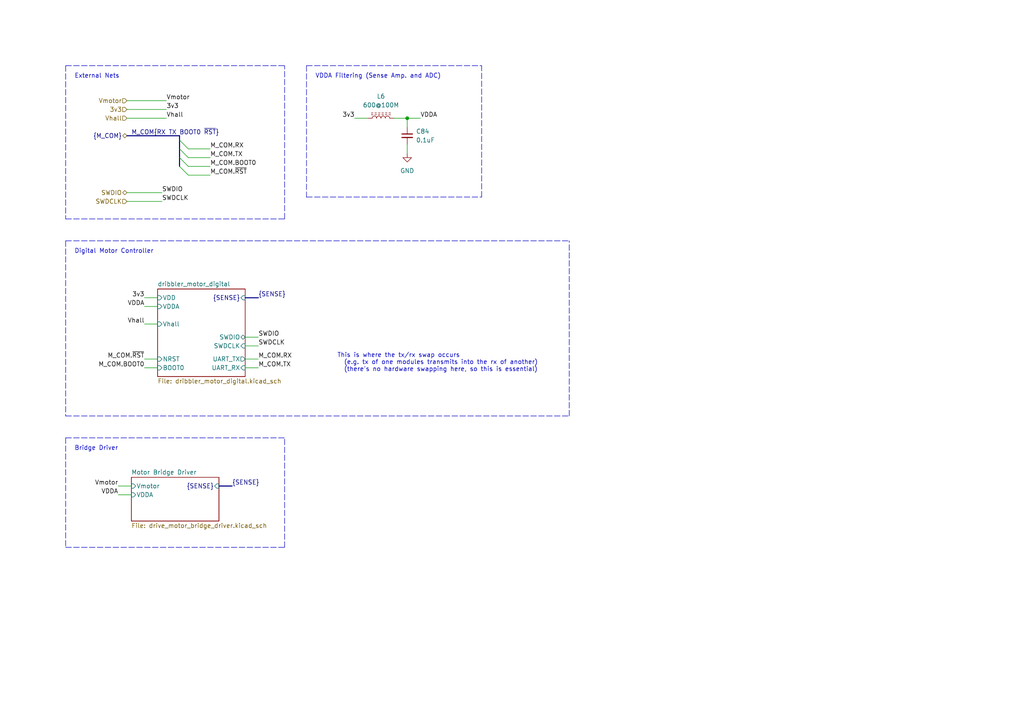
<source format=kicad_sch>
(kicad_sch (version 20211123) (generator eeschema)
  (paper "A4")
  (title_block (title "Motorboard") (date "2021-11-14") (rev "1.0.0") (company "The A-Team (RC SSL)") (comment 1 "Designed By: W. Stuckey & R. Osawa") (comment 2 "Reviewed By:"))
  (lib_symbols
    (symbol "Device:C_Small" (pin_numbers hide) (pin_names (offset 0.254) hide)
      (property "Reference" "C" (at 0.254 1.778 0))
      (property "Value" "C_Small" (at 0.254 -2.032 0))
      (symbol "C_Small_0_1"
        (polyline (pts (xy -1.524 -0.508) (xy 1.524 -0.508)) (stroke (width 0.3302)))
        (polyline (pts (xy -1.524 0.508) (xy 1.524 0.508)) (stroke (width 0.3048)))
      )
      (symbol "C_Small_1_1"
        (pin passive line (at 0 2.54 270) (length 2.032) (name "~") (number "1"))
        (pin passive line (at 0 -2.54 90) (length 2.032) (name "~") (number "2"))
      )
    )
    (symbol "Device:L_Ferrite" (pin_numbers hide) (pin_names (offset 1.016) hide)
      (property "Reference" "L" (at -1.27 0 90))
      (property "Value" "L_Ferrite" (at 2.794 0 90))
      (symbol "L_Ferrite_0_1"
        (arc (start 0 -2.54) (mid 0.635 -1.905) (end 0 -1.27))
        (arc (start 0 -1.27) (mid 0.635 -0.635) (end 0 0))
        (polyline (pts (xy 1.016 -2.794) (xy 1.016 -2.286)))
        (polyline (pts (xy 1.016 -1.778) (xy 1.016 -1.27)))
        (polyline (pts (xy 1.016 -0.762) (xy 1.016 -0.254)))
        (polyline (pts (xy 1.016 0.254) (xy 1.016 0.762)))
        (polyline (pts (xy 1.016 1.27) (xy 1.016 1.778)))
        (polyline (pts (xy 1.016 2.286) (xy 1.016 2.794)))
        (polyline (pts (xy 1.524 -2.286) (xy 1.524 -2.794)))
        (polyline (pts (xy 1.524 -1.27) (xy 1.524 -1.778)))
        (polyline (pts (xy 1.524 -0.254) (xy 1.524 -0.762)))
        (polyline (pts (xy 1.524 0.762) (xy 1.524 0.254)))
        (polyline (pts (xy 1.524 1.778) (xy 1.524 1.27)))
        (polyline (pts (xy 1.524 2.794) (xy 1.524 2.286)))
        (arc (start 0 0) (mid 0.635 0.635) (end 0 1.27))
        (arc (start 0 1.27) (mid 0.635 1.905) (end 0 2.54))
      )
      (symbol "L_Ferrite_1_1"
        (pin passive line (at 0 3.81 270) (length 1.27) (name "1") (number "1"))
        (pin passive line (at 0 -3.81 90) (length 1.27) (name "2") (number "2"))
      )
    )
    (symbol "power:GND" (power) (pin_names (offset 0))
      (property "Value" "GND" (at 0 -3.81 0))
      (symbol "GND_0_1"
        (polyline (pts (xy 0 0) (xy 0 -1.27) (xy 1.27 -1.27) (xy 0 -2.54) (xy -1.27 -1.27) (xy 0 -1.27)))
      )
      (symbol "GND_1_1"
        (pin power_in line (at 0 0 270) (length 0) hide (name "GND") (number "1"))
      )
    )
  )
  (bus_alias "M_COM" (members "M_COM.RX" "M_COM.TX" "M_COM.BOOT0" "M_COM.~{RST}"))
  (junction (at 118.11 34.29) (diameter 0.9144))
  (bus_entry (at 52.07 48.26) (size 2.54 2.54))
  (bus_entry (at 52.07 43.18) (size 2.54 2.54))
  (bus_entry (at 52.07 45.72) (size 2.54 2.54))
  (bus_entry (at 52.07 40.64) (size 2.54 2.54))
  (wire (pts (xy 41.91 86.36) (xy 45.72 86.36)))
  (wire (pts (xy 36.83 29.21) (xy 48.26 29.21)))
  (bus (pts (xy 52.07 43.18) (xy 52.07 45.72)))
  (wire (pts (xy 71.12 104.14) (xy 74.93 104.14)))
  (wire (pts (xy 71.12 97.79) (xy 74.93 97.79)))
  (wire (pts (xy 36.83 31.75) (xy 48.26 31.75)))
  (wire (pts (xy 34.29 143.51) (xy 38.1 143.51)))
  (bus (pts (xy 52.07 45.72) (xy 52.07 48.26)))
  (wire (pts (xy 34.29 140.97) (xy 38.1 140.97)))
  (wire (pts (xy 118.11 41.91) (xy 118.11 44.45)))
  (wire (pts (xy 41.91 93.98) (xy 45.72 93.98)))
  (wire (pts (xy 71.12 100.33) (xy 74.93 100.33)))
  (bus (pts (xy 63.5 140.97) (xy 67.31 140.97)))
  (wire (pts (xy 54.61 48.26) (xy 60.96 48.26)))
  (wire (pts (xy 36.83 55.88) (xy 46.99 55.88)))
  (wire (pts (xy 36.83 34.29) (xy 48.26 34.29)))
  (wire (pts (xy 54.61 43.18) (xy 60.96 43.18)))
  (wire (pts (xy 36.83 58.42) (xy 46.99 58.42)))
  (wire (pts (xy 114.3 34.29) (xy 118.11 34.29)))
  (polyline (pts (xy 88.9 19.05) (xy 88.9 57.15)) (stroke (width 0) (type dash)))
  (polyline (pts (xy 88.9 19.05) (xy 139.7 19.05)) (stroke (width 0) (type dash)))
  (polyline (pts (xy 88.9 57.15) (xy 139.7 57.15)) (stroke (width 0) (type dash)))
  (polyline (pts (xy 139.7 57.15) (xy 139.7 19.05)) (stroke (width 0) (type dash)))
  (wire (pts (xy 41.91 104.14) (xy 45.72 104.14)))
  (wire (pts (xy 102.87 34.29) (xy 106.68 34.29)))
  (wire (pts (xy 54.61 45.72) (xy 60.96 45.72)))
  (wire (pts (xy 71.12 106.68) (xy 74.93 106.68)))
  (wire (pts (xy 41.91 106.68) (xy 45.72 106.68)))
  (bus (pts (xy 36.83 39.37) (xy 52.07 39.37)))
  (bus (pts (xy 52.07 39.37) (xy 52.07 40.64)))
  (wire (pts (xy 41.91 88.9) (xy 45.72 88.9)))
  (wire (pts (xy 118.11 34.29) (xy 118.11 36.83)))
  (polyline (pts (xy 19.05 19.05) (xy 19.05 63.5)) (stroke (width 0) (type dash)))
  (polyline (pts (xy 19.05 19.05) (xy 82.55 19.05)) (stroke (width 0) (type dash)))
  (polyline (pts (xy 19.05 63.5) (xy 82.55 63.5)) (stroke (width 0) (type dash)))
  (polyline (pts (xy 82.55 63.5) (xy 82.55 19.05)) (stroke (width 0) (type dash)))
  (wire (pts (xy 118.11 34.29) (xy 121.92 34.29)))
  (bus (pts (xy 71.12 86.36) (xy 74.93 86.36)))
  (polyline (pts (xy 19.05 69.85) (xy 19.05 120.65)) (stroke (width 0) (type dash)))
  (polyline (pts (xy 19.05 69.85) (xy 165.1 69.85)) (stroke (width 0) (type dash)))
  (polyline (pts (xy 19.05 120.65) (xy 165.1 120.65)) (stroke (width 0) (type dash)))
  (polyline (pts (xy 165.1 120.65) (xy 165.1 69.85)) (stroke (width 0) (type dash)))
  (bus (pts (xy 52.07 40.64) (xy 52.07 43.18)))
  (wire (pts (xy 54.61 50.8) (xy 60.96 50.8)))
  (polyline (pts (xy 19.05 127) (xy 19.05 158.75)) (stroke (width 0) (type dash)))
  (polyline (pts (xy 19.05 127) (xy 82.55 127)) (stroke (width 0) (type dash)))
  (polyline (pts (xy 19.05 158.75) (xy 82.55 158.75)) (stroke (width 0) (type dash)))
  (polyline (pts (xy 82.55 158.75) (xy 82.55 127)) (stroke (width 0) (type dash)))
  (text "Digital Motor Controller" (at 21.59 73.66 0) (effects (font (size 1.27 1.27)) (justify left bottom)))
  (text "This is where the tx/rx swap occurs\n  (e.g. tx of one modules transmits into the rx of another)\n  (there's no hardware swapping here, so this is essential)" (at 97.79 107.95 0) (effects (font (size 1.27 1.27)) (justify left bottom)))
  (text "Bridge Driver" (at 21.59 130.81 0) (effects (font (size 1.27 1.27)) (justify left bottom)))
  (text "VDDA Filtering (Sense Amp. and ADC)" (at 91.44 22.86 0) (effects (font (size 1.27 1.27)) (justify left bottom)))
  (text "External Nets" (at 21.59 22.86 0) (effects (font (size 1.27 1.27)) (justify left bottom)))
  (label "M_COM.~{RST}" (at 60.96 50.8 0))
  (label "M_COM.RX" (at 74.93 104.14 0))
  (label "Vmotor" (at 34.29 140.97 180))
  (label "M_COM.RX" (at 60.96 43.18 0))
  (label "M_COM.TX" (at 74.93 106.68 0))
  (label "M_COM.TX" (at 60.96 45.72 0))
  (label "Vmotor" (at 48.26 29.21 0))
  (label "3v3" (at 102.87 34.29 180))
  (label "3v3" (at 48.26 31.75 0))
  (label "{SENSE}" (at 67.31 140.97 0))
  (label "Vhall" (at 41.91 93.98 180))
  (label "SWDIO" (at 74.93 97.79 0))
  (label "SWDCLK" (at 74.93 100.33 0))
  (label "VDDA" (at 34.29 143.51 180))
  (label "M_COM.BOOT0" (at 41.91 106.68 180))
  (label "{SENSE}" (at 74.93 86.36 0))
  (label "SWDIO" (at 46.99 55.88 0))
  (label "VDDA" (at 41.91 88.9 180))
  (label "3v3" (at 41.91 86.36 180))
  (label "SWDCLK" (at 46.99 58.42 0))
  (label "M_COM{RX TX BOOT0 ~{RST}}" (at 38.1 39.37 0))
  (label "Vhall" (at 48.26 34.29 0))
  (label "M_COM.~{RST}" (at 41.91 104.14 180))
  (label "M_COM.BOOT0" (at 60.96 48.26 0))
  (label "VDDA" (at 121.92 34.29 0))
  (hierarchical_label "Vhall" (shape input) (at 36.83 34.29 180))
  (hierarchical_label "Vmotor" (shape input) (at 36.83 29.21 180))
  (hierarchical_label "SWDCLK" (shape input) (at 36.83 58.42 180))
  (hierarchical_label "SWDIO" (shape bidirectional) (at 36.83 55.88 180))
  (hierarchical_label "{M_COM}" (shape bidirectional) (at 36.83 39.37 180))
  (hierarchical_label "3v3" (shape input) (at 36.83 31.75 180))
  (symbol (lib_id "power:GND") (at 118.11 44.45 0) (unit 1)
    (property "Reference" "#PWR0149" (effects hide))
    (property "Value" "GND" (at 118.11 49.53 0))
  )
  (symbol (lib_id "Device:C_Small") (at 118.11 39.37 0) (unit 1)
    (property "Reference" "C84" (at 120.65 38.1062 0) (effects (justify left)))
    (property "Value" "0.1uF" (at 120.65 40.6462 0) (effects (justify left)))
    (property "Footprint" "Capacitor_SMD:C_0402_1005Metric_Pad0.74x0.62mm_HandSolder" (effects hide))
  )
  (symbol (lib_id "Device:L_Ferrite") (at 110.49 34.29 90) (unit 1)
    (property "Reference" "L6" (at 110.49 27.94 90))
    (property "Value" "600@100M" (at 110.49 30.48 90))
    (property "Footprint" "Inductor_SMD:L_0603_1608Metric_Pad1.05x0.95mm_HandSolder" (effects hide))
    (property "Datasheet" "https://www.digikey.com/en/products/detail/tdk-corporation/MMZ1608B601CTAH0/600533" (effects hide))
  )
  (sheet (at 38.1 138.43) (size 25.4 12.7) (stroke (width 0.1524))
    (property "Sheet name" "Motor Bridge Driver" (at 38.1 137.7184 0) (effects (justify left bottom)))
    (property "Sheet file" "drive_motor_bridge_driver.kicad_sch" (at 38.1 151.7146 0) (effects (justify left top)))
    (pin "Vmotor" input (at 38.1 140.97 180))
    (pin "VDDA" input (at 38.1 143.51 180))
    (pin "{SENSE}" input (at 63.5 140.97 0))
  )
  (sheet (at 45.72 83.82) (size 25.4 25.4) (stroke (width 0.1524))
    (property "Sheet name" "dribbler_motor_digital" (at 45.72 83.1084 0) (effects (justify left bottom)))
    (property "Sheet file" "dribbler_motor_digital.kicad_sch" (at 45.72 109.8046 0) (effects (justify left top)))
    (pin "Vhall" input (at 45.72 93.98 180))
    (pin "{SENSE}" input (at 71.12 86.36 0))
    (pin "UART_RX" input (at 71.12 106.68 0))
    (pin "UART_TX" output (at 71.12 104.14 0))
    (pin "SWDCLK" input (at 71.12 100.33 0))
    (pin "SWDIO" bidirectional (at 71.12 97.79 0))
    (pin "VDDA" input (at 45.72 88.9 180))
    (pin "VDD" input (at 45.72 86.36 180))
    (pin "BOOT0" input (at 45.72 106.68 180))
    (pin "NRST" input (at 45.72 104.14 180))
  )
)
</source>
